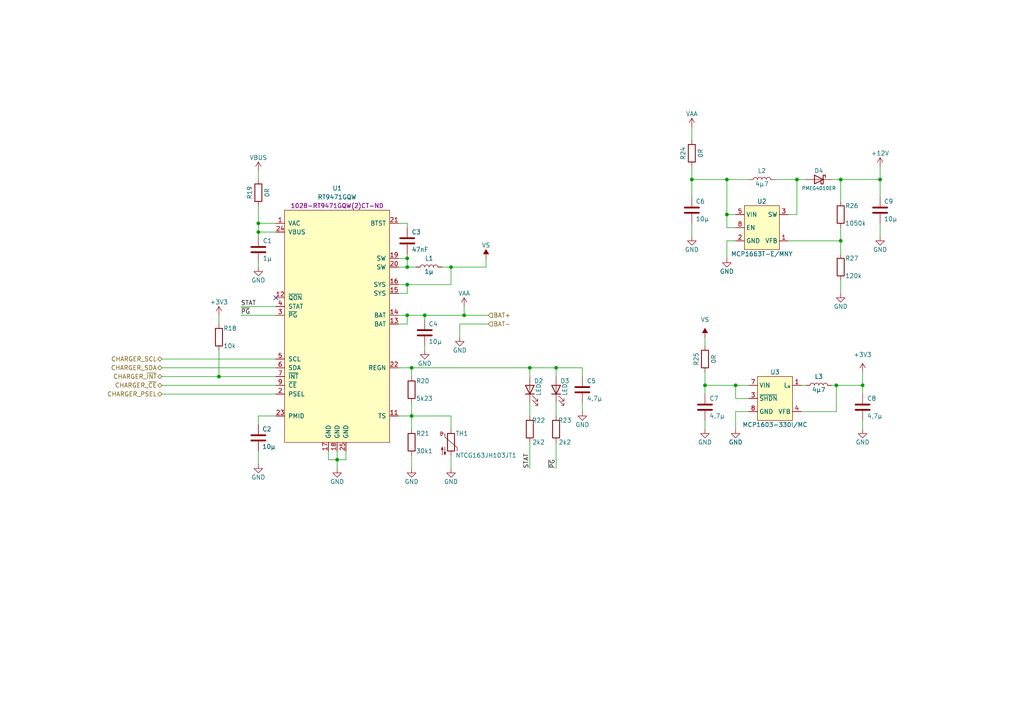
<source format=kicad_sch>
(kicad_sch (version 20211123) (generator eeschema)
  (paper "A4")
  (lib_symbols
    (symbol "Device:C" (pin_numbers hide) (pin_names (offset 0.254))
      (property "Reference" "C" (at 0.635 2.54 0))
      (property "Value" "C" (at 0.635 -2.54 0))
      (symbol "C_0_1"
        (polyline (pts (xy -2.032 -0.762) (xy 2.032 -0.762)) (stroke (width 0.508)))
        (polyline (pts (xy -2.032 0.762) (xy 2.032 0.762)) (stroke (width 0.508)))
      )
      (symbol "C_1_1"
        (pin passive line (at 0 3.81 270) (length 2.794) (name "~") (number "1"))
        (pin passive line (at 0 -3.81 90) (length 2.794) (name "~") (number "2"))
      )
    )
    (symbol "Device:D_Schottky" (pin_numbers hide) (pin_names (offset 1.016) hide)
      (property "Reference" "D" (at 0 2.54 0))
      (property "Value" "D_Schottky" (at 0 -2.54 0))
      (symbol "D_Schottky_0_1"
        (polyline (pts (xy 1.27 0) (xy -1.27 0)))
        (polyline (pts (xy 1.27 1.27) (xy 1.27 -1.27) (xy -1.27 0) (xy 1.27 1.27)) (stroke (width 0.254)))
        (polyline (pts (xy -1.905 0.635) (xy -1.905 1.27) (xy -1.27 1.27) (xy -1.27 -1.27) (xy -0.635 -1.27) (xy -0.635 -0.635)) (stroke (width 0.254)))
      )
      (symbol "D_Schottky_1_1"
        (pin passive line (at -3.81 0 0) (length 2.54) (name "K") (number "1"))
        (pin passive line (at 3.81 0 180) (length 2.54) (name "A") (number "2"))
      )
    )
    (symbol "Device:L" (pin_numbers hide) (pin_names (offset 1.016) hide)
      (property "Reference" "L" (at -1.27 0 90))
      (property "Value" "L" (at 1.905 0 90))
      (symbol "L_0_1"
        (arc (start 0 -2.54) (mid 0.635 -1.905) (end 0 -1.27))
        (arc (start 0 -1.27) (mid 0.635 -0.635) (end 0 0))
        (arc (start 0 0) (mid 0.635 0.635) (end 0 1.27))
        (arc (start 0 1.27) (mid 0.635 1.905) (end 0 2.54))
      )
      (symbol "L_1_1"
        (pin passive line (at 0 3.81 270) (length 1.27) (name "1") (number "1"))
        (pin passive line (at 0 -3.81 90) (length 1.27) (name "2") (number "2"))
      )
    )
    (symbol "Device:LED" (pin_numbers hide) (pin_names (offset 1.016) hide)
      (property "Reference" "D" (at 0 2.54 0))
      (property "Value" "LED" (at 0 -2.54 0))
      (symbol "LED_0_1"
        (polyline (pts (xy -1.27 -1.27) (xy -1.27 1.27)) (stroke (width 0.254)))
        (polyline (pts (xy -1.27 0) (xy 1.27 0)))
        (polyline (pts (xy 1.27 -1.27) (xy 1.27 1.27) (xy -1.27 0) (xy 1.27 -1.27)) (stroke (width 0.254)))
        (polyline (pts (xy -3.048 -0.762) (xy -4.572 -2.286) (xy -3.81 -2.286) (xy -4.572 -2.286) (xy -4.572 -1.524)))
        (polyline (pts (xy -1.778 -0.762) (xy -3.302 -2.286) (xy -2.54 -2.286) (xy -3.302 -2.286) (xy -3.302 -1.524)))
      )
      (symbol "LED_1_1"
        (pin passive line (at -3.81 0 0) (length 2.54) (name "K") (number "1"))
        (pin passive line (at 3.81 0 180) (length 2.54) (name "A") (number "2"))
      )
    )
    (symbol "Device:R" (pin_numbers hide) (pin_names (offset 0))
      (property "Reference" "R" (at 2.032 0 90))
      (property "Value" "R" (at 0 0 90))
      (symbol "R_0_1"
        (rectangle (start -1.016 -2.54) (end 1.016 2.54) (stroke (width 0.254)))
      )
      (symbol "R_1_1"
        (pin passive line (at 0 3.81 270) (length 1.27) (name "~") (number "1"))
        (pin passive line (at 0 -3.81 90) (length 1.27) (name "~") (number "2"))
      )
    )
    (symbol "Device:Thermistor_NTC" (pin_numbers hide) (pin_names (offset 0))
      (property "Reference" "TH" (at -4.445 0 90))
      (property "Value" "Thermistor_NTC" (at 3.175 0 90))
      (symbol "Thermistor_NTC_0_1"
        (arc (start -3.048 2.159) (mid -3.0505 2.3165) (end -3.175 2.413))
        (arc (start -3.048 2.159) (mid -2.9736 1.9794) (end -2.794 1.905))
        (arc (start -3.048 2.794) (mid -2.9736 2.6144) (end -2.794 2.54))
        (arc (start -2.794 1.905) (mid -2.6144 1.9794) (end -2.54 2.159))
        (arc (start -2.794 2.54) (mid -2.434 2.5608) (end -2.159 2.794))
        (arc (start -2.794 3.048) (mid -2.9736 2.9736) (end -3.048 2.794))
        (arc (start -2.54 2.794) (mid -2.6144 2.9736) (end -2.794 3.048))
        (rectangle (start -1.016 2.54) (end 1.016 -2.54) (stroke (width 0.254)))
        (polyline (pts (xy -2.54 2.159) (xy -2.54 2.794)))
        (polyline (pts (xy -1.778 2.54) (xy -1.778 1.524) (xy 1.778 -1.524) (xy 1.778 -2.54)))
        (polyline (pts (xy -2.54 -3.683) (xy -2.54 -1.397) (xy -2.794 -2.159) (xy -2.286 -2.159) (xy -2.54 -1.397) (xy -2.54 -1.651)) (fill (type outline)))
        (polyline (pts (xy -1.778 -1.397) (xy -1.778 -3.683) (xy -2.032 -2.921) (xy -1.524 -2.921) (xy -1.778 -3.683) (xy -1.778 -3.429)) (fill (type outline)))
      )
      (symbol "Thermistor_NTC_1_1"
        (pin passive line (at 0 3.81 270) (length 1.27) (name "~") (number "1"))
        (pin passive line (at 0 -3.81 90) (length 1.27) (name "~") (number "2"))
      )
    )
    (symbol "power:+12V" (power) (pin_names (offset 0))
      (property "Value" "+12V" (at 0 3.556 0))
      (symbol "+12V_0_1"
        (polyline (pts (xy -0.762 1.27) (xy 0 2.54)))
        (polyline (pts (xy 0 0) (xy 0 2.54)))
        (polyline (pts (xy 0 2.54) (xy 0.762 1.27)))
      )
      (symbol "+12V_1_1"
        (pin power_in line (at 0 0 90) (length 0) hide (name "+12V") (number "1"))
      )
    )
    (symbol "power:+3V3" (power) (pin_names (offset 0))
      (property "Value" "+3V3" (at 0 3.556 0))
      (symbol "+3V3_0_1"
        (polyline (pts (xy -0.762 1.27) (xy 0 2.54)))
        (polyline (pts (xy 0 0) (xy 0 2.54)))
        (polyline (pts (xy 0 2.54) (xy 0.762 1.27)))
      )
      (symbol "+3V3_1_1"
        (pin power_in line (at 0 0 90) (length 0) hide (name "+3V3") (number "1"))
      )
    )
    (symbol "power:GND" (power) (pin_names (offset 0))
      (property "Value" "GND" (at 0 -3.81 0))
      (symbol "GND_0_1"
        (polyline (pts (xy 0 0) (xy 0 -1.27) (xy 1.27 -1.27) (xy 0 -2.54) (xy -1.27 -1.27) (xy 0 -1.27)))
      )
      (symbol "GND_1_1"
        (pin power_in line (at 0 0 270) (length 0) hide (name "GND") (number "1"))
      )
    )
    (symbol "power:VAA" (power) (pin_names (offset 0))
      (property "Value" "VAA" (at 0 3.81 0))
      (symbol "VAA_0_1"
        (polyline (pts (xy -0.762 1.27) (xy 0 2.54)))
        (polyline (pts (xy 0 0) (xy 0 2.54)))
        (polyline (pts (xy 0 2.54) (xy 0.762 1.27)))
      )
      (symbol "VAA_1_1"
        (pin power_in line (at 0 0 90) (length 0) hide (name "VAA") (number "1"))
      )
    )
    (symbol "power:VBUS" (power) (pin_names (offset 0))
      (property "Value" "VBUS" (at 0 3.81 0))
      (symbol "VBUS_0_1"
        (polyline (pts (xy -0.762 1.27) (xy 0 2.54)))
        (polyline (pts (xy 0 0) (xy 0 2.54)))
        (polyline (pts (xy 0 2.54) (xy 0.762 1.27)))
      )
      (symbol "VBUS_1_1"
        (pin power_in line (at 0 0 90) (length 0) hide (name "VBUS") (number "1"))
      )
    )
    (symbol "power:VS" (power) (pin_names (offset 0))
      (property "Value" "VS" (at 0 3.81 0))
      (symbol "VS_0_1"
        (polyline (pts (xy 0 0) (xy 0 2.54)))
        (polyline (pts (xy 0.762 1.27) (xy -0.762 1.27) (xy 0 2.54) (xy 0.762 1.27)) (fill (type outline)))
      )
      (symbol "VS_1_1"
        (pin power_in line (at 0 0 90) (length 0) hide (name "VS") (number "1"))
      )
    )
    (symbol "z_ic:MCP1603-330I{slash}MC"
      (property "Reference" "U" (at 0 7.62 0))
      (property "Value" "MCP1603-330I{slash}MC" (at 0 -7.62 0))
      (symbol "MCP1603-330I{slash}MC_0_1"
        (rectangle (start -5.08 6.35) (end 5.08 -6.35) (fill (type background)))
      )
      (symbol "MCP1603-330I{slash}MC_1_1"
        (pin passive line (at 7.62 3.81 180) (length 2.54) (name "L_{x}") (number "1"))
        (pin no_connect line (at 7.62 1.27 180) (length 2.54) hide (name "") (number "2"))
        (pin input line (at -7.62 0 0) (length 2.54) (name "~{SHDN}") (number "3"))
        (pin passive line (at 7.62 -3.81 180) (length 2.54) (name "VFB") (number "4"))
        (pin no_connect line (at 7.62 0 180) (length 2.54) hide (name "") (number "5"))
        (pin no_connect line (at 7.62 -1.27 180) (length 2.54) hide (name "") (number "6"))
        (pin power_in line (at -7.62 3.81 0) (length 2.54) (name "VIN") (number "7"))
        (pin power_in line (at -7.62 -3.81 0) (length 2.54) (name "GND") (number "8"))
        (pin power_in line (at -7.62 -3.81 0) (length 2.54) hide (name "GND") (number "9"))
      )
    )
    (symbol "z_ic:MCP1663T-E{slash}MNY"
      (property "Reference" "U" (at 0 7.62 0))
      (property "Value" "MCP1663T-E{slash}MNY" (at 0 -7.62 0))
      (symbol "MCP1663T-E{slash}MNY_0_1"
        (rectangle (start -5.08 6.35) (end 5.08 -6.35) (fill (type background)))
      )
      (symbol "MCP1663T-E{slash}MNY_1_1"
        (pin passive line (at 7.62 -3.81 180) (length 2.54) (name "VFB") (number "1"))
        (pin power_in line (at -7.62 -3.81 0) (length 2.54) (name "GND") (number "2"))
        (pin passive line (at 7.62 3.81 180) (length 2.54) (name "SW") (number "3"))
        (pin no_connect line (at 7.62 1.27 180) (length 2.54) hide (name "") (number "4"))
        (pin power_in line (at -7.62 3.81 0) (length 2.54) (name "VIN") (number "5"))
        (pin no_connect line (at 7.62 -1.27 180) (length 2.54) hide (name "") (number "6"))
        (pin power_in line (at -7.62 -3.81 0) (length 2.54) hide (name "GND") (number "7"))
        (pin input line (at -7.62 0 0) (length 2.54) (name "EN") (number "8"))
        (pin power_in line (at -7.62 -3.81 0) (length 2.54) hide (name "GND") (number "9"))
      )
    )
    (symbol "z_ic:RT9471GQW" (pin_names (offset 1.016))
      (property "Reference" "U" (at -12.7 33.02 0))
      (property "Value" "RT9471GQW" (at 8.89 33.02 0))
      (property "Digikey" "1028-RT9471GQW(2)CT-ND" (at 0 -5.08 0))
      (symbol "RT9471GQW_0_1"
        (rectangle (start -15.24 31.75) (end 15.24 -35.56) (fill (type background)))
      )
      (symbol "RT9471GQW_1_1"
        (pin power_in line (at -17.78 27.94 0) (length 2.54) (name "VAC") (number "1"))
        (pin no_connect line (at 17.78 -5.08 180) (length 2.54) hide (name "NC") (number "10"))
        (pin input line (at 17.78 -27.94 180) (length 2.54) (name "TS") (number "11"))
        (pin input line (at -17.78 6.35 0) (length 2.54) (name "~{QON}") (number "12"))
        (pin passive line (at 17.78 -1.27 180) (length 2.54) (name "BAT") (number "13"))
        (pin passive line (at 17.78 1.27 180) (length 2.54) (name "BAT") (number "14"))
        (pin passive line (at 17.78 7.62 180) (length 2.54) (name "SYS") (number "15"))
        (pin passive line (at 17.78 10.16 180) (length 2.54) (name "SYS") (number "16"))
        (pin passive line (at -2.54 -38.1 90) (length 2.54) (name "GND") (number "17"))
        (pin passive line (at 0 -38.1 90) (length 2.54) (name "GND") (number "18"))
        (pin passive line (at 17.78 17.78 180) (length 2.54) (name "SW") (number "19"))
        (pin input line (at -17.78 -21.59 0) (length 2.54) (name "PSEL") (number "2"))
        (pin passive line (at 17.78 15.24 180) (length 2.54) (name "SW") (number "20"))
        (pin passive line (at 17.78 27.94 180) (length 2.54) (name "BTST") (number "21"))
        (pin passive line (at 17.78 -13.97 180) (length 2.54) (name "REGN") (number "22"))
        (pin passive line (at -17.78 -27.94 0) (length 2.54) (name "PMID") (number "23"))
        (pin power_in line (at -17.78 25.4 0) (length 2.54) (name "VBUS") (number "24"))
        (pin passive line (at 2.54 -38.1 90) (length 2.54) (name "GND") (number "25"))
        (pin open_collector line (at -17.78 1.27 0) (length 2.54) (name "~{PG}") (number "3"))
        (pin open_collector line (at -17.78 3.81 0) (length 2.54) (name "STAT") (number "4"))
        (pin input line (at -17.78 -11.43 0) (length 2.54) (name "SCL") (number "5"))
        (pin bidirectional line (at -17.78 -13.97 0) (length 2.54) (name "SDA") (number "6"))
        (pin open_collector line (at -17.78 -16.51 0) (length 2.54) (name "~{INT}") (number "7"))
        (pin no_connect line (at 17.78 -7.62 180) (length 2.54) hide (name "NC") (number "8"))
        (pin input line (at -17.78 -19.05 0) (length 2.54) (name "~{CE}") (number "9"))
      )
    )
  )
  (junction (at 242.57 111.76))
  (junction (at 210.82 62.23))
  (junction (at 130.81 77.47))
  (junction (at 118.11 91.44))
  (junction (at 161.29 106.68))
  (junction (at 231.14 52.07))
  (junction (at 204.47 111.76))
  (junction (at 123.19 91.44))
  (junction (at 119.38 106.68))
  (junction (at 118.11 77.47))
  (junction (at 213.36 111.76))
  (junction (at 210.82 52.07))
  (junction (at 118.11 82.55))
  (junction (at 243.84 69.85))
  (junction (at 255.27 52.07))
  (junction (at 250.19 111.76))
  (junction (at 63.5 109.22))
  (junction (at 134.62 91.44))
  (junction (at 97.79 133.35))
  (junction (at 74.93 67.31))
  (junction (at 243.84 52.07))
  (junction (at 74.93 64.77))
  (junction (at 153.67 106.68))
  (junction (at 119.38 120.65))
  (junction (at 118.11 74.93))
  (junction (at 200.66 52.07))
  (no_connect (at 80.01 86.36))
  (wire (pts (xy 115.57 93.98) (xy 118.11 93.98)))
  (wire (pts (xy 204.47 121.92) (xy 204.47 124.46)))
  (wire (pts (xy 97.79 130.81) (xy 97.79 133.35)))
  (wire (pts (xy 123.19 91.44) (xy 123.19 92.71)))
  (wire (pts (xy 130.81 77.47) (xy 128.27 77.47)))
  (wire (pts (xy 118.11 93.98) (xy 118.11 91.44)))
  (wire (pts (xy 250.19 107.95) (xy 250.19 111.76)))
  (wire (pts (xy 200.66 57.15) (xy 200.66 52.07)))
  (wire (pts (xy 46.99 104.14) (xy 80.01 104.14)))
  (wire (pts (xy 134.62 91.44) (xy 141.605 91.44)))
  (wire (pts (xy 119.38 109.22) (xy 119.38 106.68)))
  (wire (pts (xy 153.67 128.27) (xy 153.67 135.89)))
  (wire (pts (xy 97.79 133.35) (xy 97.79 135.89)))
  (wire (pts (xy 115.57 77.47) (xy 118.11 77.47)))
  (wire (pts (xy 130.81 132.08) (xy 130.81 135.89)))
  (wire (pts (xy 243.84 52.07) (xy 243.84 58.42)))
  (wire (pts (xy 74.93 67.31) (xy 74.93 68.58)))
  (wire (pts (xy 200.66 64.77) (xy 200.66 68.58)))
  (wire (pts (xy 118.11 74.93) (xy 115.57 74.93)))
  (wire (pts (xy 118.11 82.55) (xy 130.81 82.55)))
  (wire (pts (xy 119.38 116.84) (xy 119.38 120.65)))
  (wire (pts (xy 118.11 73.66) (xy 118.11 74.93)))
  (wire (pts (xy 118.11 77.47) (xy 118.11 74.93)))
  (wire (pts (xy 80.01 67.31) (xy 74.93 67.31)))
  (wire (pts (xy 168.91 109.22) (xy 168.91 106.68)))
  (wire (pts (xy 153.67 116.84) (xy 153.67 120.65)))
  (wire (pts (xy 115.57 106.68) (xy 119.38 106.68)))
  (wire (pts (xy 250.19 111.76) (xy 250.19 114.3)))
  (wire (pts (xy 243.84 69.85) (xy 243.84 66.04)))
  (wire (pts (xy 161.29 109.22) (xy 161.29 106.68)))
  (wire (pts (xy 255.27 48.26) (xy 255.27 52.07)))
  (wire (pts (xy 161.29 106.68) (xy 153.67 106.68)))
  (wire (pts (xy 232.41 119.38) (xy 242.57 119.38)))
  (wire (pts (xy 74.93 120.65) (xy 74.93 123.19)))
  (wire (pts (xy 210.82 66.04) (xy 210.82 62.23)))
  (wire (pts (xy 213.36 119.38) (xy 213.36 124.46)))
  (wire (pts (xy 231.14 62.23) (xy 231.14 52.07)))
  (wire (pts (xy 161.29 116.84) (xy 161.29 120.65)))
  (wire (pts (xy 213.36 111.76) (xy 217.17 111.76)))
  (wire (pts (xy 213.36 66.04) (xy 210.82 66.04)))
  (wire (pts (xy 255.27 64.77) (xy 255.27 68.58)))
  (wire (pts (xy 241.3 52.07) (xy 243.84 52.07)))
  (wire (pts (xy 168.91 116.84) (xy 168.91 119.38)))
  (wire (pts (xy 210.82 52.07) (xy 217.17 52.07)))
  (wire (pts (xy 74.93 120.65) (xy 80.01 120.65)))
  (wire (pts (xy 74.93 130.81) (xy 74.93 134.62)))
  (wire (pts (xy 130.81 82.55) (xy 130.81 77.47)))
  (wire (pts (xy 74.93 76.2) (xy 74.93 77.47)))
  (wire (pts (xy 118.11 91.44) (xy 123.19 91.44)))
  (wire (pts (xy 69.85 88.9) (xy 80.01 88.9)))
  (wire (pts (xy 118.11 64.77) (xy 118.11 66.04)))
  (wire (pts (xy 69.85 91.44) (xy 80.01 91.44)))
  (wire (pts (xy 63.5 101.6) (xy 63.5 109.22)))
  (wire (pts (xy 228.6 62.23) (xy 231.14 62.23)))
  (wire (pts (xy 231.14 52.07) (xy 233.68 52.07)))
  (wire (pts (xy 130.81 77.47) (xy 140.97 77.47)))
  (wire (pts (xy 243.84 69.85) (xy 243.84 73.66)))
  (wire (pts (xy 119.38 120.65) (xy 130.81 120.65)))
  (wire (pts (xy 140.97 74.93) (xy 140.97 77.47)))
  (wire (pts (xy 204.47 111.76) (xy 204.47 114.3)))
  (wire (pts (xy 241.3 111.76) (xy 242.57 111.76)))
  (wire (pts (xy 200.66 52.07) (xy 210.82 52.07)))
  (wire (pts (xy 118.11 82.55) (xy 115.57 82.55)))
  (wire (pts (xy 63.5 93.98) (xy 63.5 91.44)))
  (wire (pts (xy 161.29 128.27) (xy 161.29 135.89)))
  (wire (pts (xy 141.605 93.98) (xy 133.35 93.98)))
  (wire (pts (xy 95.25 130.81) (xy 95.25 133.35)))
  (wire (pts (xy 134.62 88.9) (xy 134.62 91.44)))
  (wire (pts (xy 213.36 115.57) (xy 217.17 115.57)))
  (wire (pts (xy 46.99 114.3) (xy 80.01 114.3)))
  (wire (pts (xy 200.66 48.26) (xy 200.66 52.07)))
  (wire (pts (xy 74.93 59.69) (xy 74.93 64.77)))
  (wire (pts (xy 204.47 97.79) (xy 204.47 100.33)))
  (wire (pts (xy 95.25 133.35) (xy 97.79 133.35)))
  (wire (pts (xy 119.38 135.89) (xy 119.38 132.08)))
  (wire (pts (xy 242.57 111.76) (xy 242.57 119.38)))
  (wire (pts (xy 204.47 111.76) (xy 213.36 111.76)))
  (wire (pts (xy 46.99 111.76) (xy 80.01 111.76)))
  (wire (pts (xy 217.17 119.38) (xy 213.36 119.38)))
  (wire (pts (xy 130.81 120.65) (xy 130.81 124.46)))
  (wire (pts (xy 213.36 69.85) (xy 210.82 69.85)))
  (wire (pts (xy 63.5 109.22) (xy 80.01 109.22)))
  (wire (pts (xy 46.99 109.22) (xy 63.5 109.22)))
  (wire (pts (xy 161.29 106.68) (xy 168.91 106.68)))
  (wire (pts (xy 115.57 85.09) (xy 118.11 85.09)))
  (wire (pts (xy 100.33 133.35) (xy 97.79 133.35)))
  (wire (pts (xy 232.41 111.76) (xy 233.68 111.76)))
  (wire (pts (xy 200.66 36.83) (xy 200.66 40.64)))
  (wire (pts (xy 243.84 81.28) (xy 243.84 85.09)))
  (wire (pts (xy 115.57 91.44) (xy 118.11 91.44)))
  (wire (pts (xy 119.38 106.68) (xy 153.67 106.68)))
  (wire (pts (xy 250.19 121.92) (xy 250.19 124.46)))
  (wire (pts (xy 119.38 120.65) (xy 119.38 124.46)))
  (wire (pts (xy 100.33 130.81) (xy 100.33 133.35)))
  (wire (pts (xy 115.57 64.77) (xy 118.11 64.77)))
  (wire (pts (xy 213.36 111.76) (xy 213.36 115.57)))
  (wire (pts (xy 228.6 69.85) (xy 243.84 69.85)))
  (wire (pts (xy 46.99 106.68) (xy 80.01 106.68)))
  (wire (pts (xy 210.82 69.85) (xy 210.82 74.93)))
  (wire (pts (xy 213.36 62.23) (xy 210.82 62.23)))
  (wire (pts (xy 74.93 49.53) (xy 74.93 52.07)))
  (wire (pts (xy 255.27 52.07) (xy 255.27 57.15)))
  (wire (pts (xy 118.11 77.47) (xy 120.65 77.47)))
  (wire (pts (xy 133.35 93.98) (xy 133.35 97.79)))
  (wire (pts (xy 242.57 111.76) (xy 250.19 111.76)))
  (wire (pts (xy 123.19 100.33) (xy 123.19 101.6)))
  (wire (pts (xy 204.47 107.95) (xy 204.47 111.76)))
  (wire (pts (xy 210.82 62.23) (xy 210.82 52.07)))
  (wire (pts (xy 224.79 52.07) (xy 231.14 52.07)))
  (wire (pts (xy 80.01 64.77) (xy 74.93 64.77)))
  (wire (pts (xy 118.11 85.09) (xy 118.11 82.55)))
  (wire (pts (xy 123.19 91.44) (xy 134.62 91.44)))
  (wire (pts (xy 243.84 52.07) (xy 255.27 52.07)))
  (wire (pts (xy 153.67 106.68) (xy 153.67 109.22)))
  (wire (pts (xy 115.57 120.65) (xy 119.38 120.65)))
  (wire (pts (xy 74.93 67.31) (xy 74.93 64.77)))
  (label "~{PG}" (at 161.29 135.89 90))
  (label "STAT" (at 69.85 88.9 0))
  (label "STAT" (at 153.67 135.89 90))
  (label "~{PG}" (at 69.85 91.44 0))
  (hierarchical_label "CHARGER_~{CE}" (shape bidirectional) (at 46.99 111.76 180))
  (hierarchical_label "BAT+" (shape input) (at 141.605 91.44 0))
  (hierarchical_label "CHARGER_PSEL" (shape bidirectional) (at 46.99 114.3 180))
  (hierarchical_label "CHARGER_~{INT}" (shape bidirectional) (at 46.99 109.22 180))
  (hierarchical_label "CHARGER_SDA" (shape bidirectional) (at 46.99 106.68 180))
  (hierarchical_label "CHARGER_SCL" (shape bidirectional) (at 46.99 104.14 180))
  (hierarchical_label "BAT-" (shape input) (at 141.605 93.98 0))
  (symbol (lib_id "power:VS") (at 140.97 74.93 0) (unit 1)
    (property "Reference" "#PWR034" (effects hide))
    (property "Value" "VS" (at 140.97 71.12 0))
  )
  (symbol (lib_id "Device:LED") (at 153.67 113.03 90) (unit 1)
    (property "Reference" "D2" (at 156.21 110.49 90))
    (property "Value" "LED" (at 156.21 113.03 0))
    (property "Footprint" "LED_SMD:LED_0603_1608Metric" (effects hide))
    (property "Digikey" "516-HSMS-C197CT-ND" (effects hide))
  )
  (symbol (lib_id "power:GND") (at 97.79 135.89 0) (unit 1)
    (property "Reference" "#PWR028" (effects hide))
    (property "Value" "GND" (at 97.79 139.7 0))
  )
  (symbol (lib_id "Device:C") (at 118.11 69.85 0) (unit 1)
    (property "Reference" "C3" (at 119.38 67.31 0) (effects (justify left)))
    (property "Value" "47nF" (at 119.38 72.39 0) (effects (justify left)))
    (property "Footprint" "Capacitor_SMD:C_0603_1608Metric" (effects hide))
    (property "Digikey" "478-10674-1-ND" (effects hide))
  )
  (symbol (lib_id "power:GND") (at 74.93 77.47 0) (unit 1)
    (property "Reference" "#PWR026" (effects hide))
    (property "Value" "GND" (at 74.93 81.28 0))
  )
  (symbol (lib_id "Device:LED") (at 161.29 113.03 90) (unit 1)
    (property "Reference" "D3" (at 163.83 110.49 90))
    (property "Value" "LED" (at 163.83 113.03 0))
    (property "Footprint" "LED_SMD:LED_0603_1608Metric" (effects hide))
    (property "Digikey" "516-HSMS-C197CT-ND" (effects hide))
  )
  (symbol (lib_id "Device:C") (at 74.93 127 0) (mirror y) (unit 1)
    (property "Reference" "C2" (at 78.74 124.46 0) (effects (justify left)))
    (property "Value" "10µ" (at 80.01 129.54 0) (effects (justify left)))
    (property "Footprint" "Capacitor_SMD:C_0603_1608Metric" (effects hide))
    (property "Digikey" "490-18214-1-ND" (effects hide))
  )
  (symbol (lib_id "power:VS") (at 204.47 97.79 0) (unit 1)
    (property "Reference" "#PWR038" (effects hide))
    (property "Value" "VS" (at 204.47 92.71 0))
  )
  (symbol (lib_id "Device:C") (at 204.47 118.11 0) (unit 1)
    (property "Reference" "C7" (at 205.74 115.57 0) (effects (justify left)))
    (property "Value" "4,7µ" (at 205.74 120.65 0) (effects (justify left)))
    (property "Footprint" "Capacitor_SMD:C_0603_1608Metric" (effects hide))
    (property "Digikey" "1276-1045-1-ND" (effects hide))
  )
  (symbol (lib_id "Device:C") (at 168.91 113.03 0) (unit 1)
    (property "Reference" "C5" (at 170.18 110.49 0) (effects (justify left)))
    (property "Value" "4,7µ" (at 170.18 115.57 0) (effects (justify left)))
    (property "Footprint" "Capacitor_SMD:C_0603_1608Metric" (effects hide))
    (property "Digikey" "1276-1045-1-ND" (effects hide))
  )
  (symbol (lib_id "Device:R") (at 153.67 124.46 0) (mirror y) (unit 1)
    (property "Reference" "R22" (at 156.21 121.92 0))
    (property "Value" "2k2" (at 156.21 128.27 0))
    (property "Footprint" "Resistor_SMD:R_0603_1608Metric" (effects hide))
    (property "Digikey" "311-2.20KHRCT-ND" (effects hide))
  )
  (symbol (lib_id "power:GND") (at 74.93 134.62 0) (unit 1)
    (property "Reference" "#PWR027" (effects hide))
    (property "Value" "GND" (at 74.93 138.43 0))
  )
  (symbol (lib_id "power:+3V3") (at 250.19 107.95 0) (unit 1)
    (property "Reference" "#PWR043" (effects hide))
    (property "Value" "+3V3" (at 250.19 102.87 0))
  )
  (symbol (lib_id "Device:C") (at 250.19 118.11 0) (unit 1)
    (property "Reference" "C8" (at 251.46 115.57 0) (effects (justify left)))
    (property "Value" "4,7µ" (at 251.46 120.65 0) (effects (justify left)))
    (property "Footprint" "Capacitor_SMD:C_0603_1608Metric" (effects hide))
    (property "Digikey" "1276-1045-1-ND" (effects hide))
  )
  (symbol (lib_id "Device:C") (at 74.93 72.39 0) (unit 1)
    (property "Reference" "C1" (at 76.2 69.85 0) (effects (justify left)))
    (property "Value" "1µ" (at 76.2 74.93 0) (effects (justify left)))
    (property "Footprint" "Capacitor_SMD:C_0603_1608Metric" (effects hide))
    (property "Digikey" "1276-1102-1-ND" (effects hide))
  )
  (symbol (lib_id "power:GND") (at 130.81 135.89 0) (unit 1)
    (property "Reference" "#PWR031" (effects hide))
    (property "Value" "GND" (at 130.81 139.7 0))
  )
  (symbol (lib_id "Device:C") (at 255.27 60.96 0) (mirror y) (unit 1)
    (property "Reference" "C9" (at 259.08 58.42 0) (effects (justify left)))
    (property "Value" "10µ" (at 260.35 63.5 0) (effects (justify left)))
    (property "Footprint" "Capacitor_SMD:C_0603_1608Metric" (effects hide))
    (property "Digikey" "490-18214-1-ND" (effects hide))
  )
  (symbol (lib_id "power:GND") (at 123.19 101.6 0) (unit 1)
    (property "Reference" "#PWR030" (effects hide))
    (property "Value" "GND" (at 123.19 105.41 0))
  )
  (symbol (lib_id "Device:R") (at 63.5 97.79 180) (unit 1)
    (property "Reference" "R18" (at 64.77 95.25 0) (effects (justify right)))
    (property "Value" "10k" (at 64.77 100.33 0) (effects (justify right)))
    (property "Footprint" "Resistor_SMD:R_0603_1608Metric" (effects hide))
    (property "Digikey" "A121523CT-ND" (effects hide))
  )
  (symbol (lib_id "Device:L") (at 237.49 111.76 90) (unit 1)
    (property "Reference" "L3" (at 237.49 109.22 90))
    (property "Value" "4µ7" (at 237.49 113.03 90))
    (property "Footprint" "Inductor_SMD:L_Wuerth_MAPI-3015" (effects hide))
    (property "Digikey" "732-4866-1-ND" (effects hide))
  )
  (symbol (lib_id "power:GND") (at 200.66 68.58 0) (unit 1)
    (property "Reference" "#PWR037" (effects hide))
    (property "Value" "GND" (at 200.66 72.39 0))
  )
  (symbol (lib_id "power:VBUS") (at 74.93 49.53 0) (unit 1)
    (property "Reference" "#PWR025" (effects hide))
    (property "Value" "VBUS" (at 74.93 45.72 0))
  )
  (symbol (lib_id "Device:D_Schottky") (at 237.49 52.07 0) (mirror y) (unit 1)
    (property "Reference" "D4" (at 237.49 49.53 0))
    (property "Value" "PMEG4010ER" (at 237.49 54.61 0) (effects (font (size 1 1))))
    (property "Footprint" "Diode_SMD:D_SOD-123F" (effects hide))
    (property "Digikey" "1727-7479-1-ND" (effects hide))
  )
  (symbol (lib_id "Device:L") (at 124.46 77.47 90) (unit 1)
    (property "Reference" "L1" (at 124.46 74.93 90))
    (property "Value" "1µ" (at 124.46 78.74 90))
    (property "Footprint" "Inductor_SMD:L_1008_2520Metric" (effects hide))
    (property "Digikey" "1276-6929-1-ND" (effects hide))
  )
  (symbol (lib_id "power:GND") (at 204.47 124.46 0) (unit 1)
    (property "Reference" "#PWR039" (effects hide))
    (property "Value" "GND" (at 204.47 128.27 0))
  )
  (symbol (lib_id "power:GND") (at 243.84 85.09 0) (unit 1)
    (property "Reference" "#PWR042" (effects hide))
    (property "Value" "GND" (at 243.84 88.9 0))
  )
  (symbol (lib_id "power:GND") (at 210.82 74.93 0) (unit 1)
    (property "Reference" "#PWR040" (effects hide))
    (property "Value" "GND" (at 210.82 78.74 0))
  )
  (symbol (lib_id "z_ic:MCP1603-330I{slash}MC") (at 224.79 115.57 0) (unit 1)
    (property "Reference" "U3" (at 224.79 107.95 0))
    (property "Value" "MCP1603-330I/MC" (at 224.79 123.19 0))
    (property "Footprint" "Package_DFN_QFN:DFN-8-1EP_3x2mm_P0.5mm_EP1.36x1.46mm" (effects hide))
    (property "Datasheet" "https://ww1.microchip.com/downloads/en/DeviceDoc/20005406A.pdf" (effects hide))
    (property "Digikey" "MCP1603-330I/MC-ND" (effects hide))
  )
  (symbol (lib_id "power:GND") (at 213.36 124.46 0) (unit 1)
    (property "Reference" "#PWR041" (effects hide))
    (property "Value" "GND" (at 213.36 128.27 0))
  )
  (symbol (lib_id "Device:R") (at 119.38 128.27 0) (unit 1)
    (property "Reference" "R21" (at 120.65 125.73 0) (effects (justify left)))
    (property "Value" "30k1" (at 120.65 130.81 0) (effects (justify left)))
    (property "Footprint" "Resistor_SMD:R_0603_1608Metric" (effects hide))
    (property "Digikey" "CR0603-FX-3012ELFCT-ND" (effects hide))
  )
  (symbol (lib_id "Device:R") (at 243.84 77.47 0) (unit 1)
    (property "Reference" "R27" (at 245.11 74.93 0) (effects (justify left)))
    (property "Value" "120k" (at 245.11 80.01 0) (effects (justify left)))
    (property "Footprint" "Resistor_SMD:R_0603_1608Metric" (effects hide))
    (property "Digikey" "A129713CT-ND" (effects hide))
  )
  (symbol (lib_id "Device:C") (at 123.19 96.52 0) (mirror y) (unit 1)
    (property "Reference" "C4" (at 127 93.98 0) (effects (justify left)))
    (property "Value" "10µ" (at 128.27 99.06 0) (effects (justify left)))
    (property "Footprint" "Capacitor_SMD:C_0603_1608Metric" (effects hide))
    (property "Digikey" "490-18214-1-ND" (effects hide))
  )
  (symbol (lib_id "z_ic:RT9471GQW") (at 97.79 92.71 0) (unit 1)
    (property "Reference" "U1" (at 97.79 54.61 0))
    (property "Value" "RT9471GQW" (at 97.79 57.15 0))
    (property "Footprint" "z_ic:WQFN-24-1EP_4x4mm_P0.5mm_EP2.6x2.6mm_ThermalVias" (effects hide))
    (property "Datasheet" "https://www.richtek.com/assets/product_file/RT9471=RT9471D/DS9471D-02.pdf" (effects hide))
    (property "Digikey" "1028-RT9471GQW(2)CT-ND" (at 97.79 59.69 0))
  )
  (symbol (lib_id "power:+12V") (at 255.27 48.26 0) (unit 1)
    (property "Reference" "#PWR045" (effects hide))
    (property "Value" "+12V" (at 255.27 44.45 0))
  )
  (symbol (lib_id "power:GND") (at 133.35 97.79 0) (unit 1)
    (property "Reference" "#PWR032" (effects hide))
    (property "Value" "GND" (at 133.35 101.6 0))
  )
  (symbol (lib_id "Device:R") (at 119.38 113.03 0) (unit 1)
    (property "Reference" "R20" (at 120.65 110.49 0) (effects (justify left)))
    (property "Value" "5k23" (at 120.65 115.57 0) (effects (justify left)))
    (property "Footprint" "Resistor_SMD:R_0603_1608Metric" (effects hide))
    (property "Digikey" "311-5.23KHRCT-ND" (effects hide))
  )
  (symbol (lib_id "Device:Thermistor_NTC") (at 130.81 128.27 0) (unit 1)
    (property "Reference" "TH1" (at 132.08 125.73 0) (effects (justify left)))
    (property "Value" "NTCG163JH103JT1" (at 132.08 132.08 0) (effects (justify left)))
    (property "Footprint" "Resistor_SMD:R_0603_1608Metric" (effects hide))
    (property "Digikey" "445-174323-1-ND " (effects hide))
  )
  (symbol (lib_id "power:+3V3") (at 63.5 91.44 0) (unit 1)
    (property "Reference" "#PWR024" (effects hide))
    (property "Value" "+3V3" (at 63.5 87.63 0))
  )
  (symbol (lib_id "Device:L") (at 220.98 52.07 90) (unit 1)
    (property "Reference" "L2" (at 220.98 49.53 90))
    (property "Value" "4µ7" (at 220.98 53.34 90))
    (property "Footprint" "Inductor_SMD:L_Wuerth_MAPI-3015" (effects hide))
    (property "Digikey" "732-4866-1-ND" (effects hide))
  )
  (symbol (lib_id "Device:R") (at 161.29 124.46 0) (mirror y) (unit 1)
    (property "Reference" "R23" (at 163.83 121.92 0))
    (property "Value" "2k2" (at 163.83 128.27 0))
    (property "Footprint" "Resistor_SMD:R_0603_1608Metric" (effects hide))
    (property "Digikey" "311-2.20KHRCT-ND" (effects hide))
  )
  (symbol (lib_id "power:GND") (at 255.27 68.58 0) (unit 1)
    (property "Reference" "#PWR046" (effects hide))
    (property "Value" "GND" (at 255.27 72.39 0))
  )
  (symbol (lib_id "Device:R") (at 200.66 44.45 0) (unit 1)
    (property "Reference" "R24" (at 198.12 44.45 90))
    (property "Value" "0R" (at 203.2 44.45 90))
    (property "Footprint" "Resistor_SMD:R_0603_1608Metric" (effects hide))
    (property "Digikey" "541-0.0SBCT-ND" (effects hide))
  )
  (symbol (lib_id "power:GND") (at 250.19 124.46 0) (unit 1)
    (property "Reference" "#PWR044" (effects hide))
    (property "Value" "GND" (at 250.19 128.27 0))
  )
  (symbol (lib_id "power:VAA") (at 200.66 36.83 0) (unit 1)
    (property "Reference" "#PWR036" (effects hide))
    (property "Value" "VAA" (at 200.66 33.02 0))
  )
  (symbol (lib_id "Device:R") (at 243.84 62.23 0) (unit 1)
    (property "Reference" "R26" (at 245.11 59.69 0) (effects (justify left)))
    (property "Value" "1050k" (at 245.11 64.77 0) (effects (justify left)))
    (property "Footprint" "Resistor_SMD:R_0603_1608Metric" (effects hide))
    (property "Digikey" "RMCF0603FT1M05CT-ND" (effects hide))
  )
  (symbol (lib_id "z_ic:MCP1663T-E{slash}MNY") (at 220.98 66.04 0) (unit 1)
    (property "Reference" "U2" (at 220.98 58.42 0))
    (property "Value" "MCP1663T-E/MNY" (at 220.98 73.66 0))
    (property "Footprint" "Package_DFN_QFN:DFN-8-1EP_3x2mm_P0.5mm_EP1.36x1.46mm" (effects hide))
    (property "Datasheet" "https://ww1.microchip.com/downloads/en/DeviceDoc/20005406A.pdf" (effects hide))
    (property "Digikey" "MCP1663T-E/MNYCT-ND " (effects hide))
  )
  (symbol (lib_id "Device:R") (at 74.93 55.88 0) (unit 1)
    (property "Reference" "R19" (at 72.39 55.88 90))
    (property "Value" "0R" (at 77.47 55.88 90))
    (property "Footprint" "Resistor_SMD:R_0603_1608Metric" (effects hide))
    (property "Digikey" "541-0.0SBCT-ND" (effects hide))
  )
  (symbol (lib_id "Device:R") (at 204.47 104.14 0) (unit 1)
    (property "Reference" "R25" (at 201.93 104.14 90))
    (property "Value" "0R" (at 207.01 104.14 90))
    (property "Footprint" "Resistor_SMD:R_0603_1608Metric" (effects hide))
    (property "Digikey" "541-0.0SBCT-ND" (effects hide))
  )
  (symbol (lib_id "Device:C") (at 200.66 60.96 0) (mirror y) (unit 1)
    (property "Reference" "C6" (at 204.47 58.42 0) (effects (justify left)))
    (property "Value" "10µ" (at 205.74 63.5 0) (effects (justify left)))
    (property "Footprint" "Capacitor_SMD:C_0603_1608Metric" (effects hide))
    (property "Digikey" "490-18214-1-ND" (effects hide))
  )
  (symbol (lib_id "power:GND") (at 168.91 119.38 0) (mirror y) (unit 1)
    (property "Reference" "#PWR035" (effects hide))
    (property "Value" "GND" (at 168.91 123.19 0))
  )
  (symbol (lib_id "power:GND") (at 119.38 135.89 0) (unit 1)
    (property "Reference" "#PWR029" (effects hide))
    (property "Value" "GND" (at 119.38 139.7 0))
  )
  (symbol (lib_id "power:VAA") (at 134.62 88.9 0) (unit 1)
    (property "Reference" "#PWR033" (effects hide))
    (property "Value" "VAA" (at 134.62 85.09 0))
  )
)
</source>
